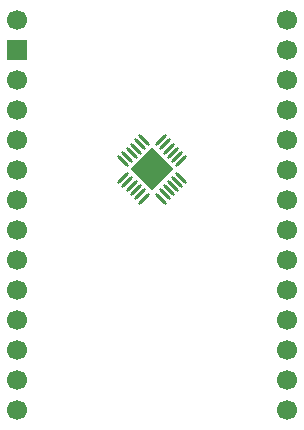
<source format=gts>
G04 #@! TF.GenerationSoftware,KiCad,Pcbnew,9.0.6*
G04 #@! TF.CreationDate,2026-01-08T22:08:58-06:00*
G04 #@! TF.ProjectId,QFN-24_4x4_P0.5,51464e2d-3234-45f3-9478-345f50302e35,rev?*
G04 #@! TF.SameCoordinates,Original*
G04 #@! TF.FileFunction,Soldermask,Top*
G04 #@! TF.FilePolarity,Negative*
%FSLAX46Y46*%
G04 Gerber Fmt 4.6, Leading zero omitted, Abs format (unit mm)*
G04 Created by KiCad (PCBNEW 9.0.6) date 2026-01-08 22:08:58*
%MOMM*%
%LPD*%
G01*
G04 APERTURE LIST*
G04 Aperture macros list*
%AMRoundRect*
0 Rectangle with rounded corners*
0 $1 Rounding radius*
0 $2 $3 $4 $5 $6 $7 $8 $9 X,Y pos of 4 corners*
0 Add a 4 corners polygon primitive as box body*
4,1,4,$2,$3,$4,$5,$6,$7,$8,$9,$2,$3,0*
0 Add four circle primitives for the rounded corners*
1,1,$1+$1,$2,$3*
1,1,$1+$1,$4,$5*
1,1,$1+$1,$6,$7*
1,1,$1+$1,$8,$9*
0 Add four rect primitives between the rounded corners*
20,1,$1+$1,$2,$3,$4,$5,0*
20,1,$1+$1,$4,$5,$6,$7,0*
20,1,$1+$1,$6,$7,$8,$9,0*
20,1,$1+$1,$8,$9,$2,$3,0*%
%AMRotRect*
0 Rectangle, with rotation*
0 The origin of the aperture is its center*
0 $1 length*
0 $2 width*
0 $3 Rotation angle, in degrees counterclockwise*
0 Add horizontal line*
21,1,$1,$2,0,0,$3*%
G04 Aperture macros list end*
%ADD10RoundRect,0.062500X-0.424264X0.335876X0.335876X-0.424264X0.424264X-0.335876X-0.335876X0.424264X0*%
%ADD11RoundRect,0.062500X-0.424264X-0.335876X-0.335876X-0.424264X0.424264X0.335876X0.335876X0.424264X0*%
%ADD12RotRect,2.600000X2.600000X315.000000*%
%ADD13C,1.700000*%
%ADD14R,1.700000X1.700000*%
G04 APERTURE END LIST*
D10*
X122493312Y-106475983D03*
X122139759Y-106829537D03*
X121786205Y-107183090D03*
X121432652Y-107536643D03*
X121079099Y-107890197D03*
X120725545Y-108243750D03*
D11*
X120725545Y-109640286D03*
X121079099Y-109993839D03*
X121432652Y-110347393D03*
X121786205Y-110700946D03*
X122139759Y-111054499D03*
X122493312Y-111408053D03*
D10*
X123889848Y-111408053D03*
X124243401Y-111054499D03*
X124596955Y-110700946D03*
X124950508Y-110347393D03*
X125304061Y-109993839D03*
X125657615Y-109640286D03*
D11*
X125657615Y-108243750D03*
X125304061Y-107890197D03*
X124950508Y-107536643D03*
X124596955Y-107183090D03*
X124243401Y-106829537D03*
X123889848Y-106475983D03*
D12*
X123191580Y-108942018D03*
D13*
X134620000Y-129286000D03*
X134620000Y-126746000D03*
X134620000Y-124206000D03*
X134620000Y-121666000D03*
X134620000Y-119126000D03*
X134620000Y-116586000D03*
X134620000Y-114046000D03*
X134620000Y-111506000D03*
X134620000Y-108966000D03*
X134620000Y-106426000D03*
X134620000Y-103886000D03*
X134620000Y-101346000D03*
X134620000Y-98806000D03*
X134620000Y-96266000D03*
X111760000Y-129286000D03*
X111760000Y-126746000D03*
X111760000Y-124206000D03*
X111760000Y-121666000D03*
X111760000Y-119126000D03*
X111760000Y-116586000D03*
X111760000Y-114046000D03*
X111760000Y-111506000D03*
X111760000Y-108966000D03*
X111760000Y-106426000D03*
X111760000Y-103886000D03*
X111760000Y-101346000D03*
D14*
X111760000Y-98806000D03*
D13*
X111760000Y-96266000D03*
M02*

</source>
